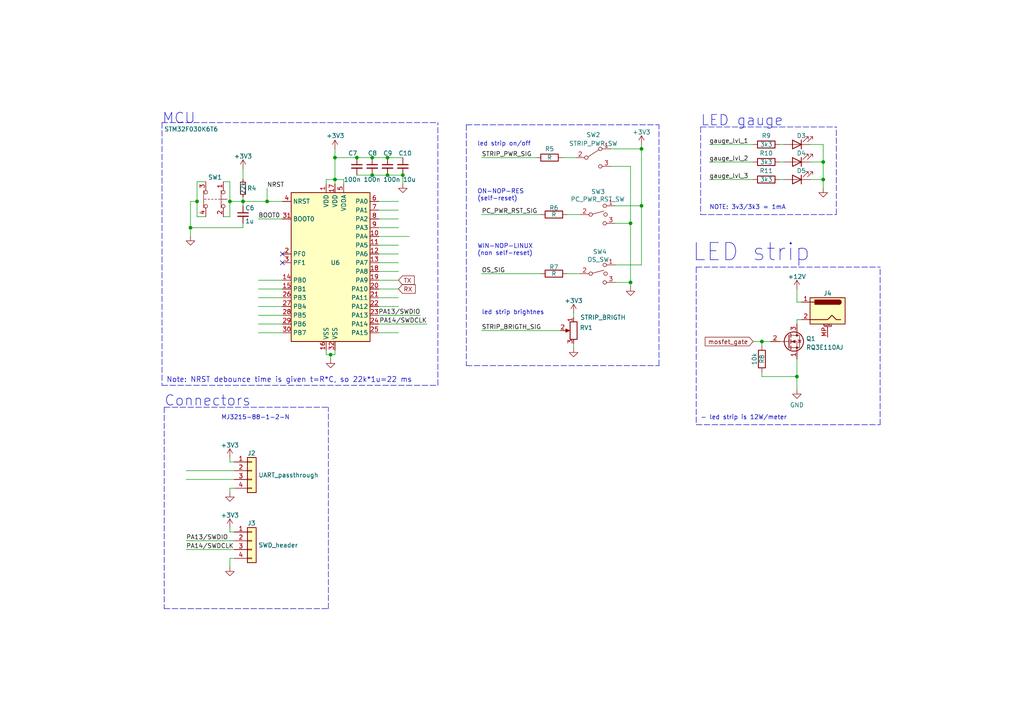
<source format=kicad_sch>
(kicad_sch (version 20211123) (generator eeschema)
  (paper "A4")
  (lib_symbols
    (symbol "Connector:Barrel_Jack_MountingPin" (pin_names hide)
      (property "Reference" "J" (at 0 5.334 0))
      (property "Value" "Barrel_Jack_MountingPin" (at 1.27 -6.35 0))
      (symbol "Barrel_Jack_MountingPin_0_1"
        (rectangle (start -5.08 3.81) (end 5.08 -3.81) (stroke (width 0.254)) (fill (type background)))
        (arc (start -3.302 3.175) (mid -3.937 2.54) (end -3.302 1.905) (stroke (width 0.254)))
        (arc (start -3.302 3.175) (mid -3.937 2.54) (end -3.302 1.905) (stroke (width 0.254)) (fill (type outline)))
        (polyline (pts (xy 5.08 2.54) (xy 3.81 2.54)) (stroke (width 0.254)))
        (polyline (pts (xy -3.81 -2.54) (xy -2.54 -2.54) (xy -1.27 -1.27) (xy 0 -2.54) (xy 2.54 -2.54) (xy 5.08 -2.54)) (stroke (width 0.254)))
        (rectangle (start 3.683 3.175) (end -3.302 1.905) (stroke (width 0.254)) (fill (type outline)))
      )
      (symbol "Barrel_Jack_MountingPin_1_1"
        (polyline (pts (xy -1.016 -4.572) (xy 1.016 -4.572)) (stroke (width 0.1524)))
        (text "Mounting" (at 0 -4.191 0) (effects (font (size 0.381 0.381))))
        (pin passive line (at 7.62 2.54 180) (length 2.54) (name "~") (number "1"))
        (pin passive line (at 7.62 -2.54 180) (length 2.54) (name "~") (number "2"))
        (pin passive line (at 0 -7.62 90) (length 3.048) (name "MountPin") (number "MP"))
      )
    )
    (symbol "Connector_Generic:Conn_01x04" (pin_names (offset 1.016) hide)
      (property "Reference" "J" (at 0 5.08 0))
      (property "Value" "Conn_01x04" (at 0 -7.62 0))
      (symbol "Conn_01x04_1_1"
        (rectangle (start -1.27 -4.953) (end 0 -5.207) (stroke (width 0.1524)))
        (rectangle (start -1.27 -2.413) (end 0 -2.667) (stroke (width 0.1524)))
        (rectangle (start -1.27 0.127) (end 0 -0.127) (stroke (width 0.1524)))
        (rectangle (start -1.27 2.667) (end 0 2.413) (stroke (width 0.1524)))
        (rectangle (start -1.27 3.81) (end 1.27 -6.35) (stroke (width 0.254)) (fill (type background)))
        (pin passive line (at -5.08 2.54 0) (length 3.81) (name "Pin_1") (number "1"))
        (pin passive line (at -5.08 0 0) (length 3.81) (name "Pin_2") (number "2"))
        (pin passive line (at -5.08 -2.54 0) (length 3.81) (name "Pin_3") (number "3"))
        (pin passive line (at -5.08 -5.08 0) (length 3.81) (name "Pin_4") (number "4"))
      )
    )
    (symbol "Device:C_Small" (pin_numbers hide) (pin_names (offset 0.254) hide)
      (property "Reference" "C" (at 0.254 1.778 0))
      (property "Value" "C_Small" (at 0.254 -2.032 0))
      (symbol "C_Small_0_1"
        (polyline (pts (xy -1.524 -0.508) (xy 1.524 -0.508)) (stroke (width 0.3302)))
        (polyline (pts (xy -1.524 0.508) (xy 1.524 0.508)) (stroke (width 0.3048)))
      )
      (symbol "C_Small_1_1"
        (pin passive line (at 0 2.54 270) (length 2.032) (name "~") (number "1"))
        (pin passive line (at 0 -2.54 90) (length 2.032) (name "~") (number "2"))
      )
    )
    (symbol "Device:LED" (pin_numbers hide) (pin_names (offset 1.016) hide)
      (property "Reference" "D" (at 0 2.54 0))
      (property "Value" "LED" (at 0 -2.54 0))
      (symbol "LED_0_1"
        (polyline (pts (xy -1.27 -1.27) (xy -1.27 1.27)) (stroke (width 0.254)))
        (polyline (pts (xy -1.27 0) (xy 1.27 0)))
        (polyline (pts (xy 1.27 -1.27) (xy 1.27 1.27) (xy -1.27 0) (xy 1.27 -1.27)) (stroke (width 0.254)))
        (polyline (pts (xy -3.048 -0.762) (xy -4.572 -2.286) (xy -3.81 -2.286) (xy -4.572 -2.286) (xy -4.572 -1.524)))
        (polyline (pts (xy -1.778 -0.762) (xy -3.302 -2.286) (xy -2.54 -2.286) (xy -3.302 -2.286) (xy -3.302 -1.524)))
      )
      (symbol "LED_1_1"
        (pin passive line (at -3.81 0 0) (length 2.54) (name "K") (number "1"))
        (pin passive line (at 3.81 0 180) (length 2.54) (name "A") (number "2"))
      )
    )
    (symbol "Device:R" (pin_numbers hide) (pin_names (offset 0))
      (property "Reference" "R" (at 2.032 0 90))
      (property "Value" "R" (at 0 0 90))
      (symbol "R_0_1"
        (rectangle (start -1.016 -2.54) (end 1.016 2.54) (stroke (width 0.254)))
      )
      (symbol "R_1_1"
        (pin passive line (at 0 3.81 270) (length 1.27) (name "~") (number "1"))
        (pin passive line (at 0 -3.81 90) (length 1.27) (name "~") (number "2"))
      )
    )
    (symbol "Device:R_Potentiometer" (pin_names (offset 1.016) hide)
      (property "Reference" "RV" (at -4.445 0 90))
      (property "Value" "R_Potentiometer" (at -2.54 0 90))
      (symbol "R_Potentiometer_0_1"
        (polyline (pts (xy 2.54 0) (xy 1.524 0)))
        (polyline (pts (xy 1.143 0) (xy 2.286 0.508) (xy 2.286 -0.508) (xy 1.143 0)) (fill (type outline)))
        (rectangle (start 1.016 2.54) (end -1.016 -2.54) (stroke (width 0.254)))
      )
      (symbol "R_Potentiometer_1_1"
        (pin passive line (at 0 3.81 270) (length 1.27) (name "1") (number "1"))
        (pin passive line (at 3.81 0 180) (length 1.27) (name "2") (number "2"))
        (pin passive line (at 0 -3.81 90) (length 1.27) (name "3") (number "3"))
      )
    )
    (symbol "Device:R_Small" (pin_numbers hide) (pin_names (offset 0.254) hide)
      (property "Reference" "R" (at 0.762 0.508 0))
      (property "Value" "R_Small" (at 0.762 -1.016 0))
      (symbol "R_Small_0_1"
        (rectangle (start -0.762 1.778) (end 0.762 -1.778) (stroke (width 0.2032)))
      )
      (symbol "R_Small_1_1"
        (pin passive line (at 0 2.54 270) (length 0.762) (name "~") (number "1"))
        (pin passive line (at 0 -2.54 90) (length 0.762) (name "~") (number "2"))
      )
    )
    (symbol "MCU_ST_STM32F0:STM32F030K6Tx"
      (property "Reference" "U" (at -12.7 21.59 0))
      (property "Value" "STM32F030K6Tx" (at 5.08 21.59 0))
      (symbol "STM32F030K6Tx_0_1"
        (rectangle (start -12.7 -22.86) (end 10.16 20.32) (stroke (width 0.254)) (fill (type background)))
      )
      (symbol "STM32F030K6Tx_1_1"
        (pin power_in line (at -2.54 22.86 270) (length 2.54) (name "VDD") (number "1"))
        (pin bidirectional line (at 12.7 7.62 180) (length 2.54) (name "PA4") (number "10"))
        (pin bidirectional line (at 12.7 5.08 180) (length 2.54) (name "PA5") (number "11"))
        (pin bidirectional line (at 12.7 2.54 180) (length 2.54) (name "PA6") (number "12"))
        (pin bidirectional line (at 12.7 0 180) (length 2.54) (name "PA7") (number "13"))
        (pin bidirectional line (at -15.24 -5.08 0) (length 2.54) (name "PB0") (number "14"))
        (pin bidirectional line (at -15.24 -7.62 0) (length 2.54) (name "PB1") (number "15"))
        (pin power_in line (at -2.54 -25.4 90) (length 2.54) (name "VSS") (number "16"))
        (pin power_in line (at 0 22.86 270) (length 2.54) (name "VDD") (number "17"))
        (pin bidirectional line (at 12.7 -2.54 180) (length 2.54) (name "PA8") (number "18"))
        (pin bidirectional line (at 12.7 -5.08 180) (length 2.54) (name "PA9") (number "19"))
        (pin input line (at -15.24 2.54 0) (length 2.54) (name "PF0") (number "2"))
        (pin bidirectional line (at 12.7 -7.62 180) (length 2.54) (name "PA10") (number "20"))
        (pin bidirectional line (at 12.7 -10.16 180) (length 2.54) (name "PA11") (number "21"))
        (pin bidirectional line (at 12.7 -12.7 180) (length 2.54) (name "PA12") (number "22"))
        (pin bidirectional line (at 12.7 -15.24 180) (length 2.54) (name "PA13") (number "23"))
        (pin bidirectional line (at 12.7 -17.78 180) (length 2.54) (name "PA14") (number "24"))
        (pin bidirectional line (at 12.7 -20.32 180) (length 2.54) (name "PA15") (number "25"))
        (pin bidirectional line (at -15.24 -10.16 0) (length 2.54) (name "PB3") (number "26"))
        (pin bidirectional line (at -15.24 -12.7 0) (length 2.54) (name "PB4") (number "27"))
        (pin bidirectional line (at -15.24 -15.24 0) (length 2.54) (name "PB5") (number "28"))
        (pin bidirectional line (at -15.24 -17.78 0) (length 2.54) (name "PB6") (number "29"))
        (pin input line (at -15.24 0 0) (length 2.54) (name "PF1") (number "3"))
        (pin bidirectional line (at -15.24 -20.32 0) (length 2.54) (name "PB7") (number "30"))
        (pin input line (at -15.24 12.7 0) (length 2.54) (name "BOOT0") (number "31"))
        (pin power_in line (at 0 -25.4 90) (length 2.54) (name "VSS") (number "32"))
        (pin input line (at -15.24 17.78 0) (length 2.54) (name "NRST") (number "4"))
        (pin power_in line (at 2.54 22.86 270) (length 2.54) (name "VDDA") (number "5"))
        (pin bidirectional line (at 12.7 17.78 180) (length 2.54) (name "PA0") (number "6"))
        (pin bidirectional line (at 12.7 15.24 180) (length 2.54) (name "PA1") (number "7"))
        (pin bidirectional line (at 12.7 12.7 180) (length 2.54) (name "PA2") (number "8"))
        (pin bidirectional line (at 12.7 10.16 180) (length 2.54) (name "PA3") (number "9"))
      )
    )
    (symbol "RQ3E100GNTB:RQ3E110AJ" (pin_names hide)
      (property "Reference" "Q" (at 5.08 1.905 0))
      (property "Value" "RQ3E110AJ" (at 5.08 0 0))
      (symbol "RQ3E110AJ_0_1"
        (polyline (pts (xy 0.254 0) (xy -2.54 0)))
        (polyline (pts (xy 0.254 1.905) (xy 0.254 -1.905)) (stroke (width 0.254)))
        (polyline (pts (xy 0.762 -1.27) (xy 0.762 -2.286)) (stroke (width 0.254)))
        (polyline (pts (xy 0.762 0.508) (xy 0.762 -0.508)) (stroke (width 0.254)))
        (polyline (pts (xy 0.762 2.286) (xy 0.762 1.27)) (stroke (width 0.254)))
        (polyline (pts (xy 2.54 2.54) (xy 2.54 1.778)))
        (polyline (pts (xy 2.54 -2.54) (xy 2.54 0) (xy 0.762 0)))
        (polyline (pts (xy 0.762 -1.778) (xy 3.302 -1.778) (xy 3.302 1.778) (xy 0.762 1.778)))
        (polyline (pts (xy 1.016 0) (xy 2.032 0.381) (xy 2.032 -0.381) (xy 1.016 0)) (fill (type outline)))
        (polyline (pts (xy 2.794 0.508) (xy 2.921 0.381) (xy 3.683 0.381) (xy 3.81 0.254)))
        (polyline (pts (xy 3.302 0.381) (xy 2.921 -0.254) (xy 3.683 -0.254) (xy 3.302 0.381)))
        (circle (center 1.651 0) (radius 2.794) (stroke (width 0.254)))
        (circle (center 2.54 -1.778) (radius 0.254) (fill (type outline)))
        (circle (center 2.54 1.778) (radius 0.254) (fill (type outline)))
      )
      (symbol "RQ3E110AJ_1_1"
        (pin passive line (at 2.54 -5.08 90) (length 2.54) (name "S") (number "1"))
        (pin input line (at -5.08 0 0) (length 2.54) (name "G") (number "2"))
        (pin passive line (at 2.54 5.08 270) (length 2.54) (name "D") (number "3"))
      )
    )
    (symbol "Switch:SW_Push_Open_Dual" (pin_names (offset 1.016) hide)
      (property "Reference" "SW" (at 1.27 2.54 0))
      (property "Value" "SW_Push_Open_Dual" (at 0 -6.985 0))
      (symbol "SW_Push_Open_Dual_0_1"
        (circle (center -2.032 -5.08) (radius 0.508))
        (circle (center -2.032 0) (radius 0.508))
        (polyline (pts (xy 0 -4.953) (xy 0 -5.461)))
        (polyline (pts (xy 0 -3.937) (xy 0 -4.445)))
        (polyline (pts (xy 0 -3.429) (xy 0 -2.921)))
        (polyline (pts (xy 0 -2.413) (xy 0 -1.905)))
        (polyline (pts (xy 0 -1.397) (xy 0 -0.889)))
        (polyline (pts (xy 0 -0.635) (xy 0 1.143)))
        (polyline (pts (xy 2.54 -5.715) (xy -2.54 -5.715)))
        (polyline (pts (xy 2.54 -0.635) (xy -2.54 -0.635)))
        (circle (center 2.032 -5.08) (radius 0.508))
        (circle (center 2.032 0) (radius 0.508))
        (pin passive line (at -5.08 0 0) (length 2.54) (name "1") (number "1"))
        (pin passive line (at 5.08 0 180) (length 2.54) (name "2") (number "2"))
        (pin passive line (at -5.08 -5.08 0) (length 2.54) (name "3") (number "3"))
        (pin passive line (at 5.08 -5.08 180) (length 2.54) (name "4") (number "4"))
      )
    )
    (symbol "Switch:SW_SPDT" (pin_names (offset 0) hide)
      (property "Reference" "SW" (at 0 4.318 0))
      (property "Value" "SW_SPDT" (at 0 -5.08 0))
      (symbol "SW_SPDT_0_0"
        (circle (center -2.032 0) (radius 0.508))
        (circle (center 2.032 -2.54) (radius 0.508))
      )
      (symbol "SW_SPDT_0_1"
        (polyline (pts (xy -1.524 0.254) (xy 1.651 2.286)))
        (circle (center 2.032 2.54) (radius 0.508))
      )
      (symbol "SW_SPDT_1_1"
        (pin passive line (at 5.08 2.54 180) (length 2.54) (name "A") (number "1"))
        (pin passive line (at -5.08 0 0) (length 2.54) (name "B") (number "2"))
        (pin passive line (at 5.08 -2.54 180) (length 2.54) (name "C") (number "3"))
      )
    )
    (symbol "Switch:SW_SPDT_MSM" (pin_names (offset 0) hide)
      (property "Reference" "SW" (at 0 5.08 0))
      (property "Value" "SW_SPDT_MSM" (at 0 -5.08 0))
      (symbol "SW_SPDT_MSM_0_0"
        (circle (center -2.032 0) (radius 0.508))
        (polyline (pts (xy -1.524 0.127) (xy 1.778 1.016)))
        (circle (center 2.032 -2.54) (radius 0.508))
      )
      (symbol "SW_SPDT_MSM_0_1"
        (circle (center 2.032 2.54) (radius 0.508))
        (circle (center 2.286 0) (radius 0.508))
      )
      (symbol "SW_SPDT_MSM_1_1"
        (pin passive line (at 5.08 2.54 180) (length 2.54) (name "1") (number "1"))
        (pin passive line (at -5.08 0 0) (length 2.54) (name "2") (number "2"))
        (pin passive line (at 5.08 -2.54 180) (length 2.54) (name "3") (number "3"))
      )
    )
    (symbol "power:+12V" (power) (pin_names (offset 0))
      (property "Value" "+12V" (at 0 3.556 0))
      (symbol "+12V_0_1"
        (polyline (pts (xy -0.762 1.27) (xy 0 2.54)))
        (polyline (pts (xy 0 0) (xy 0 2.54)))
        (polyline (pts (xy 0 2.54) (xy 0.762 1.27)))
      )
      (symbol "+12V_1_1"
        (pin power_in line (at 0 0 90) (length 0) hide (name "+12V") (number "1"))
      )
    )
    (symbol "power:+3V3" (power) (pin_names (offset 0))
      (property "Value" "+3V3" (at 0 3.556 0))
      (symbol "+3V3_0_1"
        (polyline (pts (xy -0.762 1.27) (xy 0 2.54)))
        (polyline (pts (xy 0 0) (xy 0 2.54)))
        (polyline (pts (xy 0 2.54) (xy 0.762 1.27)))
      )
      (symbol "+3V3_1_1"
        (pin power_in line (at 0 0 90) (length 0) hide (name "+3V3") (number "1"))
      )
    )
    (symbol "power:GND" (power) (pin_names (offset 0))
      (property "Value" "GND" (at 0 -3.81 0))
      (symbol "GND_0_1"
        (polyline (pts (xy 0 0) (xy 0 -1.27) (xy 1.27 -1.27) (xy 0 -2.54) (xy -1.27 -1.27) (xy 0 -1.27)))
      )
      (symbol "GND_1_1"
        (pin power_in line (at 0 0 270) (length 0) hide (name "GND") (number "1"))
      )
    )
  )
  (junction (at 186.055 43.18))
  (junction (at 66.675 58.42))
  (junction (at 97.155 52.07))
  (junction (at 97.155 45.72))
  (junction (at 77.47 58.42))
  (junction (at 57.15 58.42))
  (junction (at 116.84 50.8))
  (junction (at 95.885 102.87))
  (junction (at 238.76 52.07))
  (junction (at 186.055 59.69))
  (junction (at 238.76 46.99))
  (junction (at 112.395 50.8))
  (junction (at 107.95 45.72))
  (junction (at 103.505 45.72))
  (junction (at 107.95 50.8))
  (junction (at 220.98 99.06))
  (junction (at 231.14 109.22))
  (junction (at 112.395 45.72))
  (junction (at 55.245 66.04))
  (junction (at 182.88 81.915))
  (junction (at 182.88 64.77))
  (junction (at 70.485 58.42))
  (no_connect (at 81.915 73.66))
  (no_connect (at 81.915 76.2))
  (wire (pts (xy 67.945 133.985) (xy 66.675 133.985)))
  (wire (pts (xy 70.485 48.895) (xy 70.485 52.07)))
  (wire (pts (xy 226.06 46.99) (xy 227.33 46.99)))
  (polyline (pts (xy 47.625 118.11) (xy 95.25 118.11)))
  (wire (pts (xy 66.675 161.925) (xy 67.945 161.925)))
  (wire (pts (xy 220.98 99.06) (xy 223.52 99.06)))
  (wire (pts (xy 55.245 58.42) (xy 57.15 58.42)))
  (wire (pts (xy 182.88 48.26) (xy 182.88 64.77)))
  (wire (pts (xy 70.485 58.42) (xy 77.47 58.42)))
  (wire (pts (xy 97.155 101.6) (xy 97.155 102.87)))
  (wire (pts (xy 178.435 59.69) (xy 186.055 59.69)))
  (wire (pts (xy 115.57 96.52) (xy 109.855 96.52)))
  (wire (pts (xy 220.98 109.22) (xy 231.14 109.22)))
  (wire (pts (xy 226.06 52.07) (xy 227.33 52.07)))
  (wire (pts (xy 74.93 86.36) (xy 81.915 86.36)))
  (wire (pts (xy 139.7 79.375) (xy 156.845 79.375)))
  (wire (pts (xy 66.675 58.42) (xy 66.675 62.865)))
  (wire (pts (xy 231.14 104.14) (xy 231.14 109.22)))
  (polyline (pts (xy 203.2 36.83) (xy 203.2 62.23)))
  (wire (pts (xy 103.505 45.72) (xy 107.95 45.72)))
  (wire (pts (xy 107.95 50.8) (xy 112.395 50.8)))
  (wire (pts (xy 97.155 52.07) (xy 97.155 53.34)))
  (wire (pts (xy 166.37 90.805) (xy 166.37 92.075)))
  (wire (pts (xy 205.74 46.99) (xy 218.44 46.99)))
  (wire (pts (xy 231.14 83.82) (xy 231.14 87.63)))
  (wire (pts (xy 115.57 60.96) (xy 109.855 60.96)))
  (wire (pts (xy 186.055 41.91) (xy 186.055 43.18)))
  (polyline (pts (xy 46.99 35.56) (xy 46.99 111.76)))
  (polyline (pts (xy 135.255 36.195) (xy 191.135 36.195)))
  (wire (pts (xy 178.435 76.835) (xy 186.055 76.835)))
  (wire (pts (xy 94.615 101.6) (xy 94.615 102.87)))
  (wire (pts (xy 70.485 58.42) (xy 70.485 59.69)))
  (polyline (pts (xy 201.93 77.47) (xy 201.93 123.19)))
  (polyline (pts (xy 46.99 111.76) (xy 127 111.76)))
  (wire (pts (xy 74.93 91.44) (xy 81.915 91.44)))
  (wire (pts (xy 57.15 58.42) (xy 57.15 62.865)))
  (wire (pts (xy 178.435 64.77) (xy 182.88 64.77)))
  (wire (pts (xy 66.675 58.42) (xy 70.485 58.42)))
  (polyline (pts (xy 201.93 77.47) (xy 255.27 77.47)))
  (wire (pts (xy 115.57 71.12) (xy 109.855 71.12)))
  (wire (pts (xy 231.14 87.63) (xy 232.41 87.63)))
  (wire (pts (xy 94.615 102.87) (xy 95.885 102.87)))
  (wire (pts (xy 53.975 156.845) (xy 67.945 156.845)))
  (wire (pts (xy 97.155 52.07) (xy 99.695 52.07)))
  (wire (pts (xy 226.06 41.91) (xy 227.33 41.91)))
  (wire (pts (xy 109.855 91.44) (xy 121.92 91.44)))
  (wire (pts (xy 66.675 141.605) (xy 66.675 142.875)))
  (wire (pts (xy 238.76 52.07) (xy 238.76 54.61)))
  (wire (pts (xy 74.93 93.98) (xy 81.915 93.98)))
  (wire (pts (xy 67.945 136.525) (xy 53.975 136.525)))
  (wire (pts (xy 115.57 66.04) (xy 109.855 66.04)))
  (polyline (pts (xy 47.625 176.53) (xy 95.25 176.53)))
  (wire (pts (xy 186.055 43.18) (xy 186.055 59.69)))
  (wire (pts (xy 57.15 52.705) (xy 57.15 58.42)))
  (wire (pts (xy 115.57 81.28) (xy 109.855 81.28)))
  (wire (pts (xy 74.93 63.5) (xy 81.915 63.5)))
  (wire (pts (xy 178.435 81.915) (xy 182.88 81.915)))
  (wire (pts (xy 66.675 52.705) (xy 66.675 58.42)))
  (wire (pts (xy 163.195 45.72) (xy 167.005 45.72)))
  (polyline (pts (xy 135.255 106.045) (xy 191.135 106.045)))
  (wire (pts (xy 234.95 41.91) (xy 238.76 41.91)))
  (polyline (pts (xy 255.27 123.19) (xy 255.27 77.47)))
  (wire (pts (xy 74.93 83.82) (xy 81.915 83.82)))
  (wire (pts (xy 70.485 64.77) (xy 70.485 66.04)))
  (wire (pts (xy 205.74 52.07) (xy 218.44 52.07)))
  (wire (pts (xy 139.7 62.23) (xy 156.845 62.23)))
  (wire (pts (xy 220.98 99.06) (xy 220.98 100.33)))
  (polyline (pts (xy 135.255 36.195) (xy 135.255 106.045)))
  (wire (pts (xy 231.14 92.71) (xy 231.14 93.98)))
  (wire (pts (xy 115.57 63.5) (xy 109.855 63.5)))
  (wire (pts (xy 77.47 54.61) (xy 77.47 58.42)))
  (wire (pts (xy 70.485 57.15) (xy 70.485 58.42)))
  (polyline (pts (xy 95.25 176.53) (xy 95.25 118.11)))
  (wire (pts (xy 74.93 96.52) (xy 81.915 96.52)))
  (wire (pts (xy 177.165 48.26) (xy 182.88 48.26)))
  (wire (pts (xy 57.15 52.705) (xy 59.69 52.705)))
  (wire (pts (xy 115.57 58.42) (xy 109.855 58.42)))
  (wire (pts (xy 118.745 68.58) (xy 109.855 68.58)))
  (wire (pts (xy 205.74 41.91) (xy 218.44 41.91)))
  (wire (pts (xy 95.885 102.87) (xy 97.155 102.87)))
  (polyline (pts (xy 203.2 36.83) (xy 242.57 36.83)))
  (wire (pts (xy 59.69 62.865) (xy 57.15 62.865)))
  (wire (pts (xy 115.57 78.74) (xy 109.855 78.74)))
  (wire (pts (xy 231.14 92.71) (xy 232.41 92.71)))
  (wire (pts (xy 115.57 76.2) (xy 109.855 76.2)))
  (wire (pts (xy 177.165 43.18) (xy 186.055 43.18)))
  (wire (pts (xy 53.975 159.385) (xy 67.945 159.385)))
  (wire (pts (xy 112.395 50.8) (xy 116.84 50.8)))
  (wire (pts (xy 103.505 50.8) (xy 107.95 50.8)))
  (wire (pts (xy 66.675 161.925) (xy 66.675 164.465)))
  (wire (pts (xy 186.055 59.69) (xy 186.055 76.835)))
  (wire (pts (xy 55.245 66.04) (xy 55.245 68.58)))
  (polyline (pts (xy 127 111.76) (xy 127 35.56)))
  (wire (pts (xy 99.695 52.07) (xy 99.695 53.34)))
  (wire (pts (xy 109.855 93.98) (xy 123.825 93.98)))
  (polyline (pts (xy 201.93 123.19) (xy 255.27 123.19)))
  (wire (pts (xy 66.675 132.715) (xy 66.675 133.985)))
  (wire (pts (xy 112.395 45.72) (xy 116.84 45.72)))
  (wire (pts (xy 55.245 66.04) (xy 70.485 66.04)))
  (wire (pts (xy 107.95 45.72) (xy 112.395 45.72)))
  (wire (pts (xy 166.37 99.695) (xy 166.37 100.965)))
  (wire (pts (xy 97.155 45.72) (xy 97.155 52.07)))
  (wire (pts (xy 66.675 62.865) (xy 64.77 62.865)))
  (wire (pts (xy 234.95 52.07) (xy 238.76 52.07)))
  (polyline (pts (xy 203.2 62.23) (xy 242.57 62.23)))
  (wire (pts (xy 116.84 50.8) (xy 116.84 53.34)))
  (wire (pts (xy 97.155 45.72) (xy 97.155 43.18)))
  (wire (pts (xy 164.465 62.23) (xy 168.275 62.23)))
  (wire (pts (xy 139.7 95.885) (xy 162.56 95.885)))
  (wire (pts (xy 67.945 141.605) (xy 66.675 141.605)))
  (wire (pts (xy 94.615 53.34) (xy 94.615 52.07)))
  (wire (pts (xy 74.93 88.9) (xy 81.915 88.9)))
  (wire (pts (xy 182.88 81.915) (xy 182.88 83.185)))
  (wire (pts (xy 238.76 41.91) (xy 238.76 46.99)))
  (wire (pts (xy 115.57 88.9) (xy 109.855 88.9)))
  (wire (pts (xy 182.88 64.77) (xy 182.88 81.915)))
  (wire (pts (xy 231.14 109.22) (xy 231.14 113.03)))
  (wire (pts (xy 115.57 83.82) (xy 109.855 83.82)))
  (polyline (pts (xy 242.57 62.23) (xy 242.57 36.83)))
  (polyline (pts (xy 46.99 35.56) (xy 127 35.56)))
  (wire (pts (xy 74.93 81.28) (xy 81.915 81.28)))
  (polyline (pts (xy 191.135 106.045) (xy 191.135 36.195)))
  (wire (pts (xy 164.465 79.375) (xy 168.275 79.375)))
  (wire (pts (xy 95.885 102.87) (xy 95.885 104.14)))
  (wire (pts (xy 55.245 58.42) (xy 55.245 66.04)))
  (wire (pts (xy 115.57 73.66) (xy 109.855 73.66)))
  (polyline (pts (xy 47.625 118.11) (xy 47.625 176.53)))
  (wire (pts (xy 218.44 99.06) (xy 220.98 99.06)))
  (wire (pts (xy 94.615 52.07) (xy 97.155 52.07)))
  (wire (pts (xy 64.77 52.705) (xy 66.675 52.705)))
  (wire (pts (xy 139.7 45.72) (xy 155.575 45.72)))
  (wire (pts (xy 77.47 58.42) (xy 81.915 58.42)))
  (wire (pts (xy 66.675 153.035) (xy 66.675 154.305)))
  (wire (pts (xy 97.155 45.72) (xy 103.505 45.72)))
  (wire (pts (xy 115.57 86.36) (xy 109.855 86.36)))
  (wire (pts (xy 234.95 46.99) (xy 238.76 46.99)))
  (wire (pts (xy 66.675 154.305) (xy 67.945 154.305)))
  (wire (pts (xy 220.98 107.95) (xy 220.98 109.22)))
  (wire (pts (xy 67.945 139.065) (xy 53.975 139.065)))
  (wire (pts (xy 238.76 46.99) (xy 238.76 52.07)))
  (text "led strip brightnes" (at 139.7 91.44 0) (effects (font (size 1.27 1.27)) (justify left bottom)))
  (text "ON-NOP-RES\n(self-reset)" (at 138.43 58.42 0) (effects (font (size 1.27 1.27)) (justify left bottom)))
  (text "MCU" (at 46.99 36.195 0) (effects (font (size 3 3)) (justify left bottom)))
  (text "WIN-NOP-LINUX\n(non self-reset)" (at 138.43 74.295 0) (effects (font (size 1.27 1.27)) (justify left bottom)))
  (text "Connectors" (at 47.625 118.11 0) (effects (font (size 3 3)) (justify left bottom)))
  (text "MJ3215-88-1-2-N" (at 64.135 121.92 0) (effects (font (size 1.27 1.27)) (justify left bottom)))
  (text "LED gauge" (at 203.2 36.83 0) (effects (font (size 3 3)) (justify left bottom)))
  (text "LED strip" (at 200.66 76.2 0) (effects (font (size 5 5)) (justify left bottom)))
  (text "led strip on/off" (at 138.43 42.545 0) (effects (font (size 1.27 1.27)) (justify left bottom)))
  (text "NOTE: 3v3/3k3 = 1mA" (at 205.74 60.96 0) (effects (font (size 1.27 1.27)) (justify left bottom)))
  (text "Note: NRST debounce time is given t=R*C, so 22k*1u=22 ms" (at 48.26 111.125 0) (effects (font (size 1.5 1.5)) (justify left bottom)))
  (text "- led strip is 12W/meter" (at 203.2 121.92 0) (effects (font (size 1.27 1.27)) (justify left bottom)))
  (label "PA13{slash}SWDIO" (at 121.92 91.44 180))
  (label "PA13{slash}SWDIO" (at 53.975 156.845 0))
  (label "PA14{slash}SWDCLK" (at 53.975 159.385 0))
  (label "STRIP_BRIGTH_SIG" (at 139.7 95.885 0))
  (label "gauge_lvl_2" (at 205.74 46.99 0))
  (label "gauge_lvl_3" (at 205.74 52.07 0))
  (label "PA14{slash}SWDCLK" (at 123.825 93.98 180))
  (label "gauge_lvl_1" (at 205.74 41.91 0))
  (label "NRST" (at 77.47 54.61 0))
  (label "OS_SIG" (at 139.7 79.375 0))
  (label "PC_PWR_RST_SIG" (at 139.7 62.23 0))
  (label "STRIP_PWR_SIG" (at 139.7 45.72 0))
  (label "BOOT0" (at 74.93 63.5 0))
  (global_label "mosfet_gate" (shape input) (at 218.44 99.06 180) (property "Intersheet References" "${INTERSHEET_REFS}" (effects hide)))
  (global_label "TX" (shape input) (at 115.57 81.28 0) (property "Intersheet References" "${INTERSHEET_REFS}" (effects hide)))
  (global_label "RX" (shape input) (at 115.57 83.82 0) (property "Intersheet References" "${INTERSHEET_REFS}" (effects hide)))
  (symbol (lib_id "power:GND") (at 231.14 113.03 0) (unit 1)
    (property "Reference" "#PWR0119" (effects hide))
    (property "Value" "GND" (at 231.14 117.4734 0))
  )
  (symbol (lib_id "MCU_ST_STM32F0:STM32F030K6Tx") (at 97.155 76.2 0) (unit 1)
    (property "Reference" "U6" (at 95.885 76.2 0) (effects (justify left)))
    (property "Value" "STM32F030K6T6" (at 47.625 37.465 0) (effects (justify left)))
    (property "Footprint" "Package_QFP:LQFP-32_7x7mm_P0.8mm" (effects hide))
    (property "Datasheet" "http://www.st.com/st-web-ui/static/active/en/resource/technical/document/datasheet/DM00088500.pdf" (effects hide))
  )
  (symbol (lib_id "Device:C_Small") (at 116.84 48.26 0) (unit 1)
    (property "Reference" "C10" (at 115.57 44.45 0) (effects (justify left)))
    (property "Value" "10u" (at 116.84 52.07 0) (effects (justify left)))
    (property "Footprint" "Capacitor_SMD:C_0603_1608Metric" (effects hide))
  )
  (symbol (lib_id "Device:R") (at 160.655 79.375 90) (unit 1)
    (property "Reference" "R7" (at 160.655 77.47 90))
    (property "Value" "R" (at 160.655 79.375 90))
  )
  (symbol (lib_id "power:+3V3") (at 66.675 132.715 0) (mirror y) (unit 1)
    (property "Reference" "#PWR0114" (effects hide))
    (property "Value" "+3V3" (at 66.675 129.1392 0))
  )
  (symbol (lib_id "power:GND") (at 182.88 83.185 0) (unit 1)
    (property "Reference" "#PWR0125" (effects hide))
    (property "Value" "GND" (effects hide))
  )
  (symbol (lib_id "Switch:SW_SPDT_MSM") (at 173.355 79.375 0) (unit 1)
    (property "Reference" "SW4" (at 173.99 73.025 0))
    (property "Value" "OS_SW" (at 173.482 75.2911 0))
  )
  (symbol (lib_id "power:GND") (at 166.37 100.965 0) (unit 1)
    (property "Reference" "#PWR0127" (effects hide))
    (property "Value" "GND" (effects hide))
  )
  (symbol (lib_id "Device:R") (at 222.25 46.99 90) (unit 1)
    (property "Reference" "R10" (at 222.25 44.45 90))
    (property "Value" "3k3" (at 222.25 46.99 90))
    (property "Footprint" "Resistor_SMD:R_0603_1608Metric" (effects hide))
  )
  (symbol (lib_id "Device:LED") (at 231.14 46.99 180) (unit 1)
    (property "Reference" "D4" (at 232.41 44.45 0))
    (property "Value" "RED" (effects hide))
    (property "Footprint" "LED_SMD:LED_0603_1608Metric" (effects hide))
  )
  (symbol (lib_id "Switch:SW_Push_Open_Dual") (at 64.77 57.785 270) (unit 1)
    (property "Reference" "SW1" (at 60.325 51.435 90) (effects (justify left)))
    (property "Value" "SW_Push_Open_Dual" (effects hide))
    (property "Footprint" "SKRPACE010:SW_SKRPACE010" (effects hide))
  )
  (symbol (lib_id "Device:R") (at 220.98 104.14 0) (unit 1)
    (property "Reference" "R8" (at 220.98 104.14 90))
    (property "Value" "10k" (at 218.8011 104.14 90))
    (property "Footprint" "Resistor_SMD:R_0603_1608Metric" (effects hide))
  )
  (symbol (lib_id "power:+3V3") (at 66.675 153.035 0) (unit 1)
    (property "Reference" "#PWR0115" (effects hide))
    (property "Value" "+3V3" (at 66.675 149.4592 0))
  )
  (symbol (lib_id "power:+3V3") (at 166.37 90.805 0) (unit 1)
    (property "Reference" "#PWR0126" (effects hide))
    (property "Value" "+3V3" (at 166.37 87.2292 0))
  )
  (symbol (lib_id "power:+3V3") (at 186.055 41.91 0) (unit 1)
    (property "Reference" "#PWR0124" (effects hide))
    (property "Value" "+3V3" (at 186.055 38.3342 0))
  )
  (symbol (lib_id "power:GND") (at 66.675 164.465 0) (unit 1)
    (property "Reference" "#PWR0113" (effects hide))
    (property "Value" "GND" (effects hide))
  )
  (symbol (lib_id "Device:R_Small") (at 70.485 54.61 0) (unit 1)
    (property "Reference" "R4" (at 73.025 54.61 0))
    (property "Value" "22k" (at 70.485 54.61 90))
    (property "Footprint" "Resistor_SMD:R_0603_1608Metric" (effects hide))
  )
  (symbol (lib_id "power:+12V") (at 231.14 83.82 0) (unit 1)
    (property "Reference" "#PWR0118" (effects hide))
    (property "Value" "+12V" (at 231.14 80.2442 0))
  )
  (symbol (lib_id "Device:R") (at 222.25 41.91 90) (unit 1)
    (property "Reference" "R9" (at 222.25 39.37 90))
    (property "Value" "3k3" (at 222.25 41.91 90))
    (property "Footprint" "Resistor_SMD:R_0603_1608Metric" (effects hide))
  )
  (symbol (lib_id "Switch:SW_SPDT_MSM") (at 173.355 62.23 0) (unit 1)
    (property "Reference" "SW3" (at 173.482 55.6092 0))
    (property "Value" "PC_PWR_RST_SW" (at 173.355 57.785 0))
  )
  (symbol (lib_id "Connector:Barrel_Jack_MountingPin") (at 240.03 90.17 0) (mirror y) (unit 1)
    (property "Reference" "J4" (at 240.03 85.09 0))
    (property "Value" "Barrel_Jack_MountingPin" (effects hide))
  )
  (symbol (lib_id "power:GND") (at 95.885 104.14 0) (unit 1)
    (property "Reference" "#PWR0121" (effects hide))
    (property "Value" "GND" (effects hide))
  )
  (symbol (lib_id "Device:C_Small") (at 103.505 48.26 0) (unit 1)
    (property "Reference" "C7" (at 100.965 44.45 0) (effects (justify left)))
    (property "Value" "100n" (at 99.695 52.07 0) (effects (justify left)))
    (property "Footprint" "Capacitor_SMD:C_0603_1608Metric" (effects hide))
  )
  (symbol (lib_id "power:+3V3") (at 97.155 43.18 0) (unit 1)
    (property "Reference" "#PWR0120" (effects hide))
    (property "Value" "+3V3" (at 94.615 39.37 0) (effects (justify left)))
  )
  (symbol (lib_id "Device:R") (at 160.655 62.23 90) (unit 1)
    (property "Reference" "R6" (at 160.655 60.325 90))
    (property "Value" "R" (at 160.655 62.23 90))
  )
  (symbol (lib_id "power:GND") (at 116.84 53.34 0) (unit 1)
    (property "Reference" "#PWR0112" (effects hide))
    (property "Value" "GND" (effects hide))
  )
  (symbol (lib_id "Device:C_Small") (at 112.395 48.26 0) (unit 1)
    (property "Reference" "C9" (at 111.125 44.45 0) (effects (justify left)))
    (property "Value" "100n" (at 111.125 52.07 0) (effects (justify left)))
    (property "Footprint" "Capacitor_SMD:C_0603_1608Metric" (effects hide))
  )
  (symbol (lib_id "Connector_Generic:Conn_01x04") (at 73.025 156.845 0) (unit 1)
    (property "Reference" "J3" (at 71.755 151.765 0) (effects (justify left)))
    (property "Value" "SWD_header" (at 74.93 158.115 0) (effects (justify left)))
    (property "Footprint" "Connector_PinHeader_2.54mm:PinHeader_1x04_P2.54mm_Vertical" (effects hide))
  )
  (symbol (lib_id "Device:R") (at 159.385 45.72 90) (unit 1)
    (property "Reference" "R5" (at 159.385 43.18 90))
    (property "Value" "R" (at 159.385 45.72 90))
  )
  (symbol (lib_id "Device:C_Small") (at 70.485 62.23 0) (unit 1)
    (property "Reference" "C6" (at 71.12 60.325 0) (effects (justify left)))
    (property "Value" "1u" (at 71.12 64.135 0) (effects (justify left)))
    (property "Footprint" "Capacitor_SMD:C_0603_1608Metric" (effects hide))
  )
  (symbol (lib_id "Device:R_Potentiometer") (at 166.37 95.885 0) (mirror y) (unit 1)
    (property "Reference" "RV1" (at 168.1479 95.0503 0) (effects (justify right)))
    (property "Value" "STRIP_BRIGTH" (at 168.275 92.075 0) (effects (justify right)))
  )
  (symbol (lib_id "RQ3E100GNTB:RQ3E110AJ") (at 228.6 99.06 0) (unit 1)
    (property "Reference" "Q1" (at 233.807 98.2253 0) (effects (justify left)))
    (property "Value" "RQ3E110AJ" (at 233.807 100.7622 0) (effects (justify left)))
    (property "Footprint" "SOTFL65P330X80-8N:SOTFL65P330X80-8N" (effects hide))
    (property "Datasheet" "https://www.infineon.com/dgdl/Infineon-BSB008NE2LX-DS-v02_00-EN.pdf?fileId=db3a30432e564707012e5745ca7d000e" (effects hide))
  )
  (symbol (lib_id "Connector_Generic:Conn_01x04") (at 73.025 136.525 0) (unit 1)
    (property "Reference" "J2" (at 71.755 131.445 0) (effects (justify left)))
    (property "Value" "UART_passthrough" (at 74.93 137.795 0) (effects (justify left)))
    (property "Footprint" "Connector_PinHeader_2.54mm:PinHeader_1x04_P2.54mm_Vertical" (effects hide))
  )
  (symbol (lib_id "Switch:SW_SPDT") (at 172.085 45.72 0) (unit 1)
    (property "Reference" "SW2" (at 172.085 39.0992 0))
    (property "Value" "STRIP_PWR_SW" (at 172.085 41.6361 0))
  )
  (symbol (lib_id "power:GND") (at 66.675 142.875 0) (mirror y) (unit 1)
    (property "Reference" "#PWR0116" (effects hide))
    (property "Value" "GND" (effects hide))
  )
  (symbol (lib_id "Device:C_Small") (at 107.95 48.26 0) (unit 1)
    (property "Reference" "C8" (at 106.68 44.45 0) (effects (justify left)))
    (property "Value" "100n" (at 105.41 52.07 0) (effects (justify left)))
    (property "Footprint" "Capacitor_SMD:C_0603_1608Metric" (effects hide))
  )
  (symbol (lib_id "power:GND") (at 55.245 68.58 0) (unit 1)
    (property "Reference" "#PWR0123" (effects hide))
    (property "Value" "GND" (effects hide))
  )
  (symbol (lib_id "power:+3V3") (at 70.485 48.895 0) (unit 1)
    (property "Reference" "#PWR0122" (effects hide))
    (property "Value" "+3V3" (at 70.485 45.3192 0))
  )
  (symbol (lib_id "Device:R") (at 222.25 52.07 90) (unit 1)
    (property "Reference" "R11" (at 222.25 49.53 90))
    (property "Value" "3k3" (at 222.25 52.07 90))
    (property "Footprint" "Resistor_SMD:R_0603_1608Metric" (effects hide))
  )
  (symbol (lib_id "Device:LED") (at 231.14 41.91 180) (unit 1)
    (property "Reference" "D3" (at 232.41 39.37 0))
    (property "Value" "GREEN" (effects hide))
    (property "Footprint" "LED_SMD:LED_0603_1608Metric" (effects hide))
  )
  (symbol (lib_id "power:GND") (at 238.76 54.61 0) (unit 1)
    (property "Reference" "#PWR0117" (effects hide))
    (property "Value" "GND" (effects hide))
  )
  (symbol (lib_id "Device:LED") (at 231.14 52.07 180) (unit 1)
    (property "Reference" "D5" (at 232.41 49.53 0))
    (property "Value" "RED" (effects hide))
    (property "Footprint" "LED_SMD:LED_0603_1608Metric" (effects hide))
  )
)
</source>
